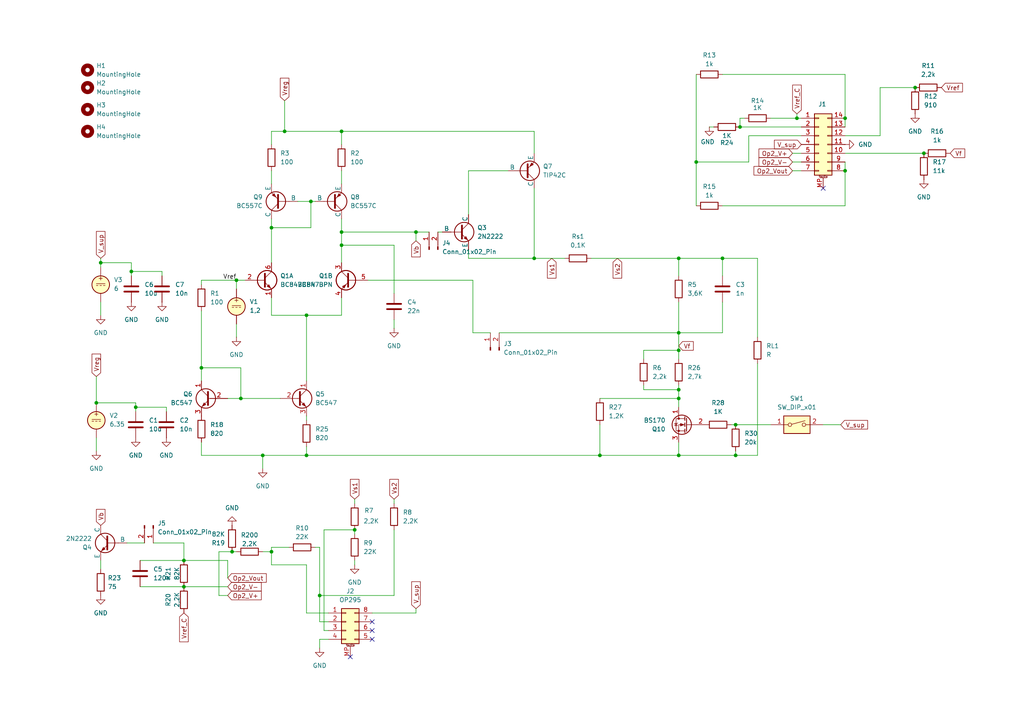
<source format=kicad_sch>
(kicad_sch (version 20231120) (generator "eeschema") (generator_version "8.0")
  (paper "A4")
  (lib_symbols
    (symbol "Connector:Conn_01x02_Pin" (pin_names (offset 1.016) hide)
      (property "Reference" "J" (at 0 2.54 0))
      (property "Value" "Conn_01x02_Pin" (at 0 -5.08 0))
      (symbol "Conn_01x02_Pin_1_1"
        (pin passive line (at 5.08 0 180) (length 3.81) (name "Pin_1") (number "1"))
        (pin passive line (at 5.08 -2.54 180) (length 3.81) (name "Pin_2") (number "2"))
      )
    )
    (symbol "Connector_Generic_MountingPin:Conn_02x04_Counter_Clockwise_MountingPin" (pin_names (offset 1.016) hide)
      (property "Reference" "J" (at 1.27 5.08 0))
      (property "Value" "Conn_02x04_Counter_Clockwise_MountingPin" (at 2.54 -7.62 0))
      (symbol "Conn_02x04_Counter_Clockwise_MountingPin_1_1"
        (text "Mounting" (at 1.27 -6.731 0) (effects (font (size 0.381 0.381))))
        (pin passive line (at -5.08 2.54 0) (length 3.81) (name "Pin_1") (number "1"))
        (pin passive line (at -5.08 0 0) (length 3.81) (name "Pin_2") (number "2"))
        (pin passive line (at -5.08 -2.54 0) (length 3.81) (name "Pin_3") (number "3"))
        (pin passive line (at -5.08 -5.08 0) (length 3.81) (name "Pin_4") (number "4"))
        (pin passive line (at 7.62 -5.08 180) (length 3.81) (name "Pin_5") (number "5"))
        (pin passive line (at 7.62 -2.54 180) (length 3.81) (name "Pin_6") (number "6"))
        (pin passive line (at 7.62 0 180) (length 3.81) (name "Pin_7") (number "7"))
        (pin passive line (at 7.62 2.54 180) (length 3.81) (name "Pin_8") (number "8"))
        (pin passive line (at 1.27 -10.16 90) (length 3.048) (name "MountPin") (number "MP"))
      )
    )
    (symbol "Connector_Generic_MountingPin:Conn_02x07_Counter_Clockwise_MountingPin" (pin_names (offset 1.016) hide)
      (property "Reference" "J" (at 1.27 10.16 0))
      (property "Value" "Conn_02x07_Counter_Clockwise_MountingPin" (at 2.54 -10.16 0))
      (symbol "Conn_02x07_Counter_Clockwise_MountingPin_1_1"
        (text "Mounting" (at 1.27 -9.271 0) (effects (font (size 0.381 0.381))))
        (pin passive line (at -5.08 7.62 0) (length 3.81) (name "Pin_1") (number "1"))
        (pin passive line (at 7.62 -2.54 180) (length 3.81) (name "Pin_10") (number "10"))
        (pin passive line (at 7.62 0 180) (length 3.81) (name "Pin_11") (number "11"))
        (pin passive line (at 7.62 2.54 180) (length 3.81) (name "Pin_12") (number "12"))
        (pin passive line (at 7.62 5.08 180) (length 3.81) (name "Pin_13") (number "13"))
        (pin passive line (at 7.62 7.62 180) (length 3.81) (name "Pin_14") (number "14"))
        (pin passive line (at -5.08 5.08 0) (length 3.81) (name "Pin_2") (number "2"))
        (pin passive line (at -5.08 2.54 0) (length 3.81) (name "Pin_3") (number "3"))
        (pin passive line (at -5.08 0 0) (length 3.81) (name "Pin_4") (number "4"))
        (pin passive line (at -5.08 -2.54 0) (length 3.81) (name "Pin_5") (number "5"))
        (pin passive line (at -5.08 -5.08 0) (length 3.81) (name "Pin_6") (number "6"))
        (pin passive line (at -5.08 -7.62 0) (length 3.81) (name "Pin_7") (number "7"))
        (pin passive line (at 7.62 -7.62 180) (length 3.81) (name "Pin_8") (number "8"))
        (pin passive line (at 7.62 -5.08 180) (length 3.81) (name "Pin_9") (number "9"))
        (pin passive line (at 1.27 -12.7 90) (length 3.048) (name "MountPin") (number "MP"))
      )
    )
    (symbol "Device:C" (pin_numbers hide) (pin_names (offset 0.254))
      (property "Reference" "C" (at 0.635 2.54 0))
      (property "Value" "C" (at 0.635 -2.54 0))
      (symbol "C_1_1"
        (pin passive line (at 0 3.81 270) (length 2.794) (name "~") (number "1"))
        (pin passive line (at 0 -3.81 90) (length 2.794) (name "~") (number "2"))
      )
    )
    (symbol "Device:R" (pin_numbers hide) (pin_names (offset 0))
      (property "Reference" "R" (at 2.032 0 90))
      (property "Value" "R" (at 0 0 90))
      (symbol "R_1_1"
        (pin passive line (at 0 3.81 270) (length 1.27) (name "~") (number "1"))
        (pin passive line (at 0 -3.81 90) (length 1.27) (name "~") (number "2"))
      )
    )
    (symbol "Mechanical:MountingHole" (pin_names (offset 1.016))
      (property "Reference" "H" (at 0 5.08 0))
      (property "Value" "MountingHole" (at 0 3.175 0))
    )
    (symbol "Simulation_SPICE:NPN" (pin_numbers hide) (pin_names (offset 0))
      (property "Reference" "Q" (at -2.54 7.62 0))
      (property "Value" "NPN" (at -2.54 5.08 0))
      (symbol "NPN_1_1"
        (pin open_collector line (at 2.54 5.08 270) (length 2.54) (name "C") (number "1"))
        (pin input line (at -5.08 0 0) (length 2.54) (name "B") (number "2"))
        (pin open_emitter line (at 2.54 -5.08 90) (length 2.54) (name "E") (number "3"))
      )
    )
    (symbol "Simulation_SPICE:PNP" (pin_numbers hide) (pin_names (offset 0))
      (property "Reference" "Q" (at -2.54 7.62 0))
      (property "Value" "PNP" (at -2.54 5.08 0))
      (symbol "PNP_1_1"
        (pin open_collector line (at 2.54 5.08 270) (length 2.54) (name "C") (number "1"))
        (pin input line (at -5.08 0 0) (length 2.54) (name "B") (number "2"))
        (pin open_emitter line (at 2.54 -5.08 90) (length 2.54) (name "E") (number "3"))
      )
    )
    (symbol "Simulation_SPICE:VDC" (pin_numbers hide) (pin_names (offset 0.0254))
      (property "Reference" "V" (at 2.54 2.54 0))
      (property "Value" "1" (at 2.54 0 0))
      (symbol "VDC_0_0"
        (text "+" (at 0 1.905 0) (effects (font (size 1.27 1.27))))
      )
      (symbol "VDC_1_1"
        (pin passive line (at 0 5.08 270) (length 2.54) (name "~") (number "1"))
        (pin passive line (at 0 -5.08 90) (length 2.54) (name "~") (number "2"))
      )
    )
    (symbol "Switch:SW_DIP_x01" (pin_names (offset 0) hide)
      (property "Reference" "SW" (at 0 3.81 0))
      (property "Value" "SW_DIP_x01" (at 0 -3.81 0))
      (symbol "SW_DIP_x01_1_1"
        (pin passive line (at -7.62 0 0) (length 5.08) (name "~") (number "1"))
        (pin passive line (at 7.62 0 180) (length 5.08) (name "~") (number "2"))
      )
    )
    (symbol "Transistor_BJT:BC547" (pin_names (offset 0) hide)
      (property "Reference" "Q" (at 5.08 1.905 0))
      (property "Value" "BC547" (at 5.08 0 0))
      (symbol "BC547_1_1"
        (pin passive line (at 2.54 5.08 270) (length 2.54) (name "C") (number "1"))
        (pin input line (at -5.08 0 0) (length 5.08) (name "B") (number "2"))
        (pin passive line (at 2.54 -5.08 90) (length 2.54) (name "E") (number "3"))
      )
    )
    (symbol "Transistor_BJT:BC847BPN" (pin_names (offset 0) hide)
      (property "Reference" "Q" (at 5.08 1.27 0))
      (property "Value" "BC847BPN" (at 5.08 -1.27 0))
      (symbol "BC847BPN_1_1"
        (pin passive line (at 2.54 -5.08 90) (length 2.54) (name "E1") (number "1"))
        (pin input line (at -5.08 0 0) (length 2.54) (name "B1") (number "2"))
        (pin passive line (at 2.54 5.08 270) (length 2.54) (name "C1") (number "6"))
      )
      (symbol "BC847BPN_2_1"
        (pin passive line (at 2.54 5.08 270) (length 2.54) (name "C2") (number "3"))
        (pin passive line (at 2.54 -5.08 90) (length 2.54) (name "E2") (number "4"))
        (pin input line (at -5.08 0 0) (length 2.54) (name "B2") (number "5"))
      )
    )
    (symbol "Transistor_FET:BS170" (pin_names hide)
      (property "Reference" "Q" (at 5.08 1.905 0))
      (property "Value" "BS170" (at 5.08 0 0))
      (symbol "BS170_1_1"
        (pin passive line (at 2.54 5.08 270) (length 2.54) (name "D") (number "1"))
        (pin input line (at -5.08 0 0) (length 2.54) (name "G") (number "2"))
        (pin passive line (at 2.54 -5.08 90) (length 2.54) (name "S") (number "3"))
      )
    )
    (symbol "power:GND" (power) (pin_numbers hide) (pin_names (offset 0) hide)
      (property "Value" "GND" (at 0 -3.81 0))
      (symbol "GND_1_1"
        (pin power_in line (at 0 0 270) (length 0) (name "~") (number "1"))
      )
    )
  )
  (junction (at 213.36 123.19))
  (junction (at 88.9 132.08))
  (junction (at 154.94 74.93))
  (junction (at 53.34 162.56))
  (junction (at 196.85 115.57))
  (junction (at 29.21 76.2))
  (junction (at 173.99 132.08))
  (junction (at 102.87 153.67))
  (junction (at 53.34 170.18))
  (junction (at 67.31 160.02))
  (junction (at 196.85 113.03))
  (junction (at 245.11 49.53))
  (junction (at 82.55 38.1))
  (junction (at 58.42 106.68))
  (junction (at 38.1 78.74))
  (junction (at 196.85 74.93))
  (junction (at 76.2 132.08))
  (junction (at 213.36 132.08))
  (junction (at 92.71 172.72))
  (junction (at 78.74 160.02))
  (junction (at 99.06 71.12))
  (junction (at 231.14 34.29))
  (junction (at 68.58 81.28))
  (junction (at 120.65 67.31))
  (junction (at 88.9 91.44))
  (junction (at 209.55 74.93))
  (junction (at 99.06 38.1))
  (junction (at 201.93 46.99))
  (junction (at 196.85 101.6))
  (junction (at 78.74 66.04))
  (junction (at 245.11 34.29))
  (junction (at 69.85 115.57))
  (junction (at 265.43 25.4))
  (junction (at 39.37 118.11))
  (junction (at 99.06 67.31))
  (junction (at 214.63 36.83))
  (junction (at 267.97 44.45))
  (junction (at 90.17 58.42))
  (junction (at 196.85 132.08))
  (junction (at 27.94 116.84))
  (junction (at 196.85 96.52))
  (no_connect (at 101.6 190.5))
  (no_connect (at 107.95 182.88))
  (no_connect (at 107.95 185.42))
  (no_connect (at 238.76 54.61))
  (no_connect (at 107.95 180.34))
  (wire (pts (xy 66.04 167.64) (xy 66.04 162.56)))
  (wire (pts (xy 29.21 165.1) (xy 29.21 162.56)))
  (wire (pts (xy 186.69 111.76) (xy 186.69 113.03)))
  (wire (pts (xy 232.41 39.37) (xy 217.17 39.37)))
  (wire (pts (xy 196.85 113.03) (xy 196.85 115.57)))
  (wire (pts (xy 99.06 38.1) (xy 154.94 38.1)))
  (wire (pts (xy 212.09 123.19) (xy 213.36 123.19)))
  (wire (pts (xy 120.65 176.53) (xy 120.65 177.8)))
  (wire (pts (xy 102.87 162.56) (xy 102.87 163.83)))
  (wire (pts (xy 137.16 81.28) (xy 137.16 96.52)))
  (wire (pts (xy 196.85 74.93) (xy 209.55 74.93)))
  (wire (pts (xy 88.9 177.8) (xy 88.9 163.83)))
  (wire (pts (xy 58.42 81.28) (xy 68.58 81.28)))
  (wire (pts (xy 186.69 104.14) (xy 186.69 101.6)))
  (wire (pts (xy 231.14 33.02) (xy 231.14 34.29)))
  (wire (pts (xy 213.36 132.08) (xy 219.71 132.08)))
  (wire (pts (xy 114.3 92.71) (xy 114.3 95.25)))
  (wire (pts (xy 38.1 76.2) (xy 38.1 78.74)))
  (wire (pts (xy 29.21 87.63) (xy 29.21 91.44)))
  (wire (pts (xy 39.37 118.11) (xy 39.37 119.38)))
  (wire (pts (xy 196.85 132.08) (xy 213.36 132.08)))
  (wire (pts (xy 201.93 21.59) (xy 201.93 46.99)))
  (wire (pts (xy 219.71 105.41) (xy 219.71 132.08)))
  (wire (pts (xy 173.99 115.57) (xy 196.85 115.57)))
  (wire (pts (xy 201.93 46.99) (xy 201.93 59.69)))
  (wire (pts (xy 88.9 110.49) (xy 88.9 91.44)))
  (wire (pts (xy 90.17 58.42) (xy 91.44 58.42)))
  (wire (pts (xy 82.55 29.21) (xy 82.55 38.1)))
  (wire (pts (xy 93.98 153.67) (xy 93.98 182.88)))
  (wire (pts (xy 69.85 115.57) (xy 69.85 106.68)))
  (wire (pts (xy 88.9 120.65) (xy 88.9 121.92)))
  (wire (pts (xy 91.44 158.75) (xy 92.71 158.75)))
  (wire (pts (xy 238.76 123.19) (xy 243.84 123.19)))
  (wire (pts (xy 66.04 162.56) (xy 53.34 162.56)))
  (wire (pts (xy 120.65 177.8) (xy 107.95 177.8)))
  (wire (pts (xy 76.2 132.08) (xy 88.9 132.08)))
  (wire (pts (xy 44.45 157.48) (xy 53.34 157.48)))
  (wire (pts (xy 95.25 177.8) (xy 88.9 177.8)))
  (wire (pts (xy 154.94 44.45) (xy 154.94 38.1)))
  (wire (pts (xy 27.94 116.84) (xy 39.37 116.84)))
  (wire (pts (xy 209.55 59.69) (xy 245.11 59.69)))
  (wire (pts (xy 46.99 78.74) (xy 46.99 80.01)))
  (wire (pts (xy 58.42 106.68) (xy 58.42 110.49)))
  (wire (pts (xy 196.85 115.57) (xy 196.85 118.11)))
  (wire (pts (xy 245.11 39.37) (xy 255.27 39.37)))
  (wire (pts (xy 173.99 123.19) (xy 173.99 132.08)))
  (wire (pts (xy 245.11 46.99) (xy 245.11 49.53)))
  (wire (pts (xy 92.71 187.96) (xy 92.71 185.42)))
  (wire (pts (xy 40.64 162.56) (xy 53.34 162.56)))
  (wire (pts (xy 67.31 160.02) (xy 68.58 160.02)))
  (wire (pts (xy 82.55 38.1) (xy 99.06 38.1)))
  (wire (pts (xy 29.21 76.2) (xy 29.21 77.47)))
  (wire (pts (xy 201.93 46.99) (xy 217.17 46.99)))
  (wire (pts (xy 29.21 74.93) (xy 29.21 76.2)))
  (wire (pts (xy 196.85 128.27) (xy 196.85 132.08)))
  (wire (pts (xy 171.45 74.93) (xy 196.85 74.93)))
  (wire (pts (xy 93.98 182.88) (xy 95.25 182.88)))
  (wire (pts (xy 231.14 34.29) (xy 232.41 34.29)))
  (wire (pts (xy 209.55 96.52) (xy 196.85 96.52)))
  (wire (pts (xy 78.74 86.36) (xy 78.74 91.44)))
  (wire (pts (xy 92.71 185.42) (xy 95.25 185.42)))
  (wire (pts (xy 78.74 160.02) (xy 78.74 163.83)))
  (wire (pts (xy 205.74 36.83) (xy 207.01 36.83)))
  (wire (pts (xy 102.87 153.67) (xy 102.87 154.94)))
  (wire (pts (xy 58.42 82.55) (xy 58.42 81.28)))
  (wire (pts (xy 106.68 81.28) (xy 137.16 81.28)))
  (wire (pts (xy 209.55 74.93) (xy 209.55 80.01)))
  (wire (pts (xy 186.69 113.03) (xy 196.85 113.03)))
  (wire (pts (xy 196.85 87.63) (xy 196.85 96.52)))
  (wire (pts (xy 68.58 93.98) (xy 68.58 97.79)))
  (wire (pts (xy 95.25 180.34) (xy 92.71 180.34)))
  (wire (pts (xy 135.89 72.39) (xy 135.89 74.93)))
  (wire (pts (xy 196.85 111.76) (xy 196.85 113.03)))
  (wire (pts (xy 39.37 118.11) (xy 48.26 118.11)))
  (wire (pts (xy 229.87 49.53) (xy 232.41 49.53)))
  (wire (pts (xy 223.52 34.29) (xy 231.14 34.29)))
  (wire (pts (xy 27.94 109.22) (xy 27.94 116.84)))
  (wire (pts (xy 78.74 63.5) (xy 78.74 66.04)))
  (wire (pts (xy 219.71 74.93) (xy 219.71 97.79)))
  (wire (pts (xy 27.94 127) (xy 27.94 130.81)))
  (wire (pts (xy 88.9 132.08) (xy 173.99 132.08)))
  (wire (pts (xy 58.42 132.08) (xy 76.2 132.08)))
  (wire (pts (xy 245.11 59.69) (xy 245.11 49.53)))
  (wire (pts (xy 92.71 158.75) (xy 92.71 172.72)))
  (wire (pts (xy 99.06 67.31) (xy 99.06 71.12)))
  (wire (pts (xy 114.3 144.78) (xy 114.3 146.05)))
  (wire (pts (xy 93.98 153.67) (xy 102.87 153.67)))
  (wire (pts (xy 245.11 44.45) (xy 267.97 44.45)))
  (wire (pts (xy 135.89 49.53) (xy 135.89 62.23)))
  (wire (pts (xy 78.74 160.02) (xy 78.74 158.75)))
  (wire (pts (xy 68.58 83.82) (xy 68.58 81.28)))
  (wire (pts (xy 63.5 172.72) (xy 66.04 172.72)))
  (wire (pts (xy 196.85 96.52) (xy 196.85 101.6)))
  (wire (pts (xy 63.5 160.02) (xy 63.5 172.72)))
  (wire (pts (xy 29.21 76.2) (xy 38.1 76.2)))
  (wire (pts (xy 214.63 34.29) (xy 214.63 36.83)))
  (wire (pts (xy 114.3 172.72) (xy 92.71 172.72)))
  (wire (pts (xy 229.87 44.45) (xy 232.41 44.45)))
  (wire (pts (xy 196.85 101.6) (xy 196.85 104.14)))
  (wire (pts (xy 58.42 90.17) (xy 58.42 106.68)))
  (wire (pts (xy 66.04 115.57) (xy 69.85 115.57)))
  (wire (pts (xy 69.85 115.57) (xy 81.28 115.57)))
  (wire (pts (xy 217.17 39.37) (xy 217.17 46.99)))
  (wire (pts (xy 127 67.31) (xy 128.27 67.31)))
  (wire (pts (xy 144.78 96.52) (xy 196.85 96.52)))
  (wire (pts (xy 114.3 71.12) (xy 99.06 71.12)))
  (wire (pts (xy 99.06 91.44) (xy 99.06 86.36)))
  (wire (pts (xy 173.99 132.08) (xy 196.85 132.08)))
  (wire (pts (xy 53.34 170.18) (xy 66.04 170.18)))
  (wire (pts (xy 135.89 74.93) (xy 154.94 74.93)))
  (wire (pts (xy 120.65 67.31) (xy 124.46 67.31)))
  (wire (pts (xy 78.74 66.04) (xy 78.74 76.2)))
  (wire (pts (xy 90.17 66.04) (xy 78.74 66.04)))
  (wire (pts (xy 154.94 54.61) (xy 154.94 74.93)))
  (wire (pts (xy 78.74 49.53) (xy 78.74 53.34)))
  (wire (pts (xy 99.06 49.53) (xy 99.06 53.34)))
  (wire (pts (xy 102.87 144.78) (xy 102.87 146.05)))
  (wire (pts (xy 209.55 21.59) (xy 245.11 21.59)))
  (wire (pts (xy 114.3 85.09) (xy 114.3 71.12)))
  (wire (pts (xy 88.9 129.54) (xy 88.9 132.08)))
  (wire (pts (xy 38.1 78.74) (xy 38.1 80.01)))
  (wire (pts (xy 78.74 38.1) (xy 82.55 38.1)))
  (wire (pts (xy 255.27 25.4) (xy 265.43 25.4)))
  (wire (pts (xy 68.58 81.28) (xy 71.12 81.28)))
  (wire (pts (xy 39.37 116.84) (xy 39.37 118.11)))
  (wire (pts (xy 229.87 46.99) (xy 232.41 46.99)))
  (wire (pts (xy 114.3 153.67) (xy 114.3 172.72)))
  (wire (pts (xy 209.55 74.93) (xy 219.71 74.93)))
  (wire (pts (xy 36.83 157.48) (xy 41.91 157.48)))
  (wire (pts (xy 40.64 170.18) (xy 53.34 170.18)))
  (wire (pts (xy 213.36 130.81) (xy 213.36 132.08)))
  (wire (pts (xy 137.16 96.52) (xy 142.24 96.52)))
  (wire (pts (xy 120.65 67.31) (xy 120.65 69.85)))
  (wire (pts (xy 154.94 74.93) (xy 163.83 74.93)))
  (wire (pts (xy 48.26 118.11) (xy 48.26 119.38)))
  (wire (pts (xy 78.74 91.44) (xy 88.9 91.44)))
  (wire (pts (xy 76.2 132.08) (xy 76.2 135.89)))
  (wire (pts (xy 63.5 160.02) (xy 67.31 160.02)))
  (wire (pts (xy 88.9 91.44) (xy 99.06 91.44)))
  (wire (pts (xy 255.27 39.37) (xy 255.27 25.4)))
  (wire (pts (xy 90.17 58.42) (xy 90.17 66.04)))
  (wire (pts (xy 92.71 172.72) (xy 92.71 180.34)))
  (wire (pts (xy 53.34 162.56) (xy 53.34 157.48)))
  (wire (pts (xy 245.11 21.59) (xy 245.11 34.29)))
  (wire (pts (xy 78.74 158.75) (xy 83.82 158.75)))
  (wire (pts (xy 99.06 63.5) (xy 99.06 67.31)))
  (wire (pts (xy 78.74 163.83) (xy 88.9 163.83)))
  (wire (pts (xy 135.89 49.53) (xy 147.32 49.53)))
  (wire (pts (xy 215.9 34.29) (xy 214.63 34.29)))
  (wire (pts (xy 245.11 34.29) (xy 245.11 36.83)))
  (wire (pts (xy 99.06 38.1) (xy 99.06 41.91)))
  (wire (pts (xy 78.74 41.91) (xy 78.74 38.1)))
  (wire (pts (xy 99.06 71.12) (xy 99.06 76.2)))
  (wire (pts (xy 58.42 106.68) (xy 69.85 106.68)))
  (wire (pts (xy 209.55 87.63) (xy 209.55 96.52)))
  (wire (pts (xy 196.85 74.93) (xy 196.85 80.01)))
  (wire (pts (xy 76.2 160.02) (xy 78.74 160.02)))
  (wire (pts (xy 213.36 123.19) (xy 223.52 123.19)))
  (wire (pts (xy 86.36 58.42) (xy 90.17 58.42)))
  (wire (pts (xy 58.42 128.27) (xy 58.42 132.08)))
  (wire (pts (xy 99.06 67.31) (xy 120.65 67.31)))
  (wire (pts (xy 214.63 36.83) (xy 232.41 36.83)))
  (wire (pts (xy 38.1 78.74) (xy 46.99 78.74)))
  (wire (pts (xy 186.69 101.6) (xy 196.85 101.6)))
  (label "Vref" (at 68.58 81.28 180))
  (global_label "Op2_V-" (shape input) (at 229.87 46.99 180) (property "Intersheetrefs" "${INTERSHEET_REFS}" (effects (hide yes))))
  (global_label "Vs1" (shape input) (at 102.87 144.78 90) (property "Intersheetrefs" "${INTERSHEET_REFS}" (effects (hide yes))))
  (global_label "V_sup" (shape input) (at 232.41 41.91 180) (property "Intersheetrefs" "${INTERSHEET_REFS}" (effects (hide yes))))
  (global_label "Vf" (shape input) (at 196.85 100.33 0) (property "Intersheetrefs" "${INTERSHEET_REFS}" (effects (hide yes))))
  (global_label "Vs2" (shape input) (at 179.07 74.93 270) (property "Intersheetrefs" "${INTERSHEET_REFS}" (effects (hide yes))))
  (global_label "Vreg" (shape input) (at 27.94 109.22 90) (property "Intersheetrefs" "${INTERSHEET_REFS}" (effects (hide yes))))
  (global_label "Vs1" (shape input) (at 160.02 74.93 270) (property "Intersheetrefs" "${INTERSHEET_REFS}" (effects (hide yes))))
  (global_label "Vs2" (shape input) (at 114.3 144.78 90) (property "Intersheetrefs" "${INTERSHEET_REFS}" (effects (hide yes))))
  (global_label "Vref_C" (shape input) (at 53.34 177.8 270) (property "Intersheetrefs" "${INTERSHEET_REFS}" (effects (hide yes))))
  (global_label "Op2_Vout" (shape input) (at 66.04 167.64 0) (property "Intersheetrefs" "${INTERSHEET_REFS}" (effects (hide yes))))
  (global_label "V_sup" (shape input) (at 120.65 176.53 90) (property "Intersheetrefs" "${INTERSHEET_REFS}" (effects (hide yes))))
  (global_label "V_sup" (shape input) (at 243.84 123.19 0) (property "Intersheetrefs" "${INTERSHEET_REFS}" (effects (hide yes))))
  (global_label "Vb" (shape input) (at 29.21 152.4 90) (property "Intersheetrefs" "${INTERSHEET_REFS}" (effects (hide yes))))
  (global_label "Op2_V-" (shape input) (at 66.04 170.18 0) (property "Intersheetrefs" "${INTERSHEET_REFS}" (effects (hide yes))))
  (global_label "Op2_Vout" (shape input) (at 229.87 49.53 180) (property "Intersheetrefs" "${INTERSHEET_REFS}" (effects (hide yes))))
  (global_label "V_sup" (shape input) (at 29.21 74.93 90) (property "Intersheetrefs" "${INTERSHEET_REFS}" (effects (hide yes))))
  (global_label "Vref" (shape input) (at 273.05 25.4 0) (property "Intersheetrefs" "${INTERSHEET_REFS}" (effects (hide yes))))
  (global_label "Vreg" (shape input) (at 82.55 29.21 90) (property "Intersheetrefs" "${INTERSHEET_REFS}" (effects (hide yes))))
  (global_label "Vf" (shape input) (at 275.59 44.45 0) (property "Intersheetrefs" "${INTERSHEET_REFS}" (effects (hide yes))))
  (global_label "Op2_V+" (shape input) (at 66.04 172.72 0) (property "Intersheetrefs" "${INTERSHEET_REFS}" (effects (hide yes))))
  (global_label "Vref_C" (shape input) (at 231.14 33.02 90) (property "Intersheetrefs" "${INTERSHEET_REFS}" (effects (hide yes))))
  (global_label "Op2_V+" (shape input) (at 229.87 44.45 180) (property "Intersheetrefs" "${INTERSHEET_REFS}" (effects (hide yes))))
  (global_label "Vb" (shape input) (at 120.65 69.85 270) (property "Intersheetrefs" "${INTERSHEET_REFS}" (effects (hide yes))))
  (symbol (lib_id "Device:R") (at 271.78 44.45 270) (unit 1)
    (property "Reference" "R16" (at 271.78 38.1 90))
    (property "Value" "1k" (at 271.78 40.64 90))
    (property "Footprint" "Resistor_THT:R_Axial_DIN0204_L3.6mm_D1.6mm_P7.62mm_Horizontal" (effects (hide yes)))
    (property "Description" "Resistor" (effects (hide yes)))
  )
  (symbol (lib_id "Device:R") (at 219.71 101.6 180) (unit 1)
    (property "Reference" "RL1" (at 222.25 100.3299 0) (effects (justify right)))
    (property "Value" "R" (at 222.25 102.8699 0) (effects (justify right)))
    (property "Footprint" "TerminalBlock_Phoenix:TerminalBlock_Phoenix_MKDS-3-2-5.08_1x02_P5.08mm_Horizontal" (effects (hide yes)))
    (property "Description" "Resistor" (effects (hide yes)))
  )
  (symbol (lib_id "Device:R") (at 173.99 119.38 180) (unit 1)
    (property "Reference" "R27" (at 176.53 118.1099 0) (effects (justify right)))
    (property "Value" "1,2K" (at 176.53 120.6499 0) (effects (justify right)))
    (property "Footprint" "Resistor_THT:R_Axial_DIN0204_L3.6mm_D1.6mm_P7.62mm_Horizontal" (effects (hide yes)))
    (property "Description" "Resistor" (effects (hide yes)))
  )
  (symbol (lib_id "Device:R") (at 267.97 48.26 180) (unit 1)
    (property "Reference" "R17" (at 270.51 46.9899 0) (effects (justify right)))
    (property "Value" "11k" (at 270.51 49.5299 0) (effects (justify right)))
    (property "Footprint" "Resistor_THT:R_Axial_DIN0204_L3.6mm_D1.6mm_P7.62mm_Horizontal" (effects (hide yes)))
    (property "Description" "Resistor" (effects (hide yes)))
  )
  (symbol (lib_id "Device:R") (at 99.06 45.72 0) (unit 1)
    (property "Reference" "R2" (at 101.6 44.4499 0) (effects (justify left)))
    (property "Value" "100" (at 101.6 46.9899 0) (effects (justify left)))
    (property "Footprint" "Resistor_THT:R_Axial_DIN0204_L3.6mm_D1.6mm_P7.62mm_Horizontal" (effects (hide yes)))
    (property "Description" "Resistor" (effects (hide yes)))
  )
  (symbol (lib_id "Connector_Generic_MountingPin:Conn_02x04_Counter_Clockwise_MountingPin") (at 100.33 180.34 0) (unit 1)
    (property "Reference" "J2" (at 101.6 171.45 0))
    (property "Value" "OP295" (at 101.6 173.99 0))
    (property "Footprint" "Package_DIP:DIP-8_W7.62mm" (effects (hide yes)))
    (property "Description" "Generic connectable mounting pin connector, double row, 02x04, counter clockwise pin numbering scheme (similar to DIP package numbering), script generated (kicad-library-utils/schlib/autogen/connector/)" (effects (hide yes)))
  )
  (symbol (lib_id "power:GND") (at 29.21 91.44 0) (unit 1) (on_board no)
    (property "Reference" "#PWR06" (effects (hide yes)))
    (property "Value" "GND" (at 29.21 96.52 0))
    (property "Description" "Power symbol creates a global label with name \"GND\" , ground" (effects (hide yes)))
  )
  (symbol (lib_id "power:GND") (at 48.26 127 0) (unit 1) (on_board no)
    (property "Reference" "#PWR015" (effects (hide yes)))
    (property "Value" "GND" (at 48.26 132.08 0))
    (property "Description" "Power symbol creates a global label with name \"GND\" , ground" (effects (hide yes)))
  )
  (symbol (lib_id "power:GND") (at 46.99 87.63 0) (unit 1) (on_board no)
    (property "Reference" "#PWR017" (effects (hide yes)))
    (property "Value" "GND" (at 46.99 92.71 0))
    (property "Description" "Power symbol creates a global label with name \"GND\" , ground" (effects (hide yes)))
  )
  (symbol (lib_id "Device:R") (at 53.34 166.37 180) (unit 1)
    (property "Reference" "R21" (at 48.768 166.37 90))
    (property "Value" "82K" (at 51.308 166.37 90))
    (property "Footprint" "Resistor_THT:R_Axial_DIN0204_L3.6mm_D1.6mm_P7.62mm_Horizontal" (effects (hide yes)))
    (property "Description" "Resistor" (effects (hide yes)))
  )
  (symbol (lib_id "power:GND") (at 38.1 87.63 0) (unit 1) (on_board no)
    (property "Reference" "#PWR016" (effects (hide yes)))
    (property "Value" "GND" (at 38.1 92.71 0))
    (property "Description" "Power symbol creates a global label with name \"GND\" , ground" (effects (hide yes)))
  )
  (symbol (lib_id "Device:R") (at 186.69 107.95 180) (unit 1)
    (property "Reference" "R6" (at 189.23 106.6799 0) (effects (justify right)))
    (property "Value" "2,2k" (at 189.23 109.2199 0) (effects (justify right)))
    (property "Footprint" "Resistor_THT:R_Axial_DIN0204_L3.6mm_D1.6mm_P7.62mm_Horizontal" (effects (hide yes)))
    (property "Description" "Resistor" (effects (hide yes)))
  )
  (symbol (lib_id "Mechanical:MountingHole") (at 25.4 20.32 0) (unit 1)
    (property "Reference" "H1" (at 27.94 19.05 0) (effects (justify left)))
    (property "Value" "MountingHole" (at 27.94 21.59 0) (effects (justify left)))
    (property "Footprint" "MountingHole:MountingHole_2.7mm_M2.5" (effects (hide yes)))
  )
  (symbol (lib_id "Device:C") (at 114.3 88.9 0) (unit 1)
    (property "Reference" "C4" (at 118.11 87.6299 0) (effects (justify left)))
    (property "Value" "22n" (at 118.11 90.1699 0) (effects (justify left)))
    (property "Footprint" "Capacitor_THT:C_Disc_D5.0mm_W2.5mm_P5.00mm" (effects (hide yes)))
    (property "Description" "Unpolarized capacitor" (effects (hide yes)))
  )
  (symbol (lib_id "Device:R") (at 269.24 25.4 270) (unit 1)
    (property "Reference" "R11" (at 269.24 19.05 90))
    (property "Value" "2,2k" (at 269.24 21.59 90))
    (property "Footprint" "Resistor_THT:R_Axial_DIN0204_L3.6mm_D1.6mm_P7.62mm_Horizontal" (effects (hide yes)))
    (property "Description" "Resistor" (effects (hide yes)))
  )
  (symbol (lib_id "Device:R") (at 78.74 45.72 0) (unit 1)
    (property "Reference" "R3" (at 81.28 44.4499 0) (effects (justify left)))
    (property "Value" "100" (at 81.28 46.9899 0) (effects (justify left)))
    (property "Footprint" "Resistor_THT:R_Axial_DIN0204_L3.6mm_D1.6mm_P7.62mm_Horizontal" (effects (hide yes)))
    (property "Description" "Resistor" (effects (hide yes)))
  )
  (symbol (lib_id "Device:R") (at 196.85 83.82 180) (unit 1)
    (property "Reference" "R5" (at 199.39 82.5499 0) (effects (justify right)))
    (property "Value" "3,6K" (at 199.39 85.0899 0) (effects (justify right)))
    (property "Footprint" "Resistor_THT:R_Axial_DIN0204_L3.6mm_D1.6mm_P7.62mm_Horizontal" (effects (hide yes)))
    (property "Description" "Resistor" (effects (hide yes)))
  )
  (symbol (lib_id "Device:R") (at 67.31 156.21 0) (unit 1)
    (property "Reference" "R19" (at 65.278 157.48 0) (effects (justify right)))
    (property "Value" "82K" (at 65.278 154.94 0) (effects (justify right)))
    (property "Footprint" "Resistor_THT:R_Axial_DIN0204_L3.6mm_D1.6mm_P7.62mm_Horizontal" (effects (hide yes)))
    (property "Description" "Resistor" (effects (hide yes)))
  )
  (symbol (lib_id "Device:R") (at 29.21 168.91 180) (unit 1)
    (property "Reference" "R23" (at 31.242 167.64 0) (effects (justify right)))
    (property "Value" "75" (at 31.242 170.18 0) (effects (justify right)))
    (property "Footprint" "Resistor_THT:R_Axial_DIN0204_L3.6mm_D1.6mm_P7.62mm_Horizontal" (effects (hide yes)))
    (property "Description" "Resistor" (effects (hide yes)))
  )
  (symbol (lib_id "power:GND") (at 205.74 36.83 0) (unit 1)
    (property "Reference" "#PWR08" (effects (hide yes)))
    (property "Value" "GND" (at 205.232 41.148 0))
    (property "Description" "Power symbol creates a global label with name \"GND\" , ground" (effects (hide yes)))
  )
  (symbol (lib_id "Device:R") (at 210.82 36.83 90) (unit 1)
    (property "Reference" "R24" (at 210.82 41.402 90))
    (property "Value" "1K" (at 210.82 39.37 90))
    (property "Footprint" "Resistor_THT:R_Axial_DIN0204_L3.6mm_D1.6mm_P7.62mm_Horizontal" (effects (hide yes)))
    (property "Description" "Resistor" (effects (hide yes)))
  )
  (symbol (lib_id "Device:R") (at 208.28 123.19 270) (unit 1)
    (property "Reference" "R28" (at 208.28 116.84 90))
    (property "Value" "1K" (at 208.28 119.38 90))
    (property "Footprint" "Resistor_THT:R_Axial_DIN0204_L3.6mm_D1.6mm_P7.62mm_Horizontal" (effects (hide yes)))
    (property "Description" "Resistor" (effects (hide yes)))
  )
  (symbol (lib_id "power:GND") (at 267.97 52.07 0) (unit 1)
    (property "Reference" "#PWR012" (effects (hide yes)))
    (property "Value" "GND" (at 267.97 57.15 0))
    (property "Description" "Power symbol creates a global label with name \"GND\" , ground" (effects (hide yes)))
  )
  (symbol (lib_id "Connector_Generic_MountingPin:Conn_02x07_Counter_Clockwise_MountingPin") (at 237.49 41.91 0) (unit 1)
    (property "Reference" "J1" (at 238.506 30.226 0))
    (property "Value" "Conn_02x07_Counter_Clockwise_MountingPin" (effects (hide yes)))
    (property "Footprint" "Package_DIP:DIP-14_W7.62mm" (effects (hide yes)))
    (property "Description" "Generic connectable mounting pin connector, double row, 02x07, counter clockwise pin numbering scheme (similar to DIP package numbering), script generated (kicad-library-utils/schlib/autogen/connector/)" (effects (hide yes)))
  )
  (symbol (lib_id "Device:C") (at 40.64 166.37 0) (unit 1)
    (property "Reference" "C5" (at 44.45 165.0999 0) (effects (justify left)))
    (property "Value" "120n" (at 44.45 167.6399 0) (effects (justify left)))
    (property "Footprint" "Capacitor_THT:C_Disc_D5.0mm_W2.5mm_P5.00mm" (effects (hide yes)))
    (property "Description" "Unpolarized capacitor" (effects (hide yes)))
  )
  (symbol (lib_id "power:GND") (at 265.43 33.02 0) (unit 1)
    (property "Reference" "#PWR011" (effects (hide yes)))
    (property "Value" "GND" (at 265.43 38.1 0))
    (property "Description" "Power symbol creates a global label with name \"GND\" , ground" (effects (hide yes)))
  )
  (symbol (lib_id "Device:R") (at 196.85 107.95 180) (unit 1)
    (property "Reference" "R26" (at 199.39 106.6799 0) (effects (justify right)))
    (property "Value" "2,7k" (at 199.39 109.2199 0) (effects (justify right)))
    (property "Footprint" "Resistor_THT:R_Axial_DIN0204_L3.6mm_D1.6mm_P7.62mm_Horizontal" (effects (hide yes)))
    (property "Description" "Resistor" (effects (hide yes)))
  )
  (symbol (lib_id "Device:R") (at 58.42 124.46 0) (unit 1)
    (property "Reference" "R18" (at 60.96 123.1899 0) (effects (justify left)))
    (property "Value" "820" (at 60.96 125.7299 0) (effects (justify left)))
    (property "Footprint" "Resistor_THT:R_Axial_DIN0204_L3.6mm_D1.6mm_P7.62mm_Horizontal" (effects (hide yes)))
    (property "Description" "Resistor" (effects (hide yes)))
  )
  (symbol (lib_id "Switch:SW_DIP_x01") (at 231.14 123.19 0) (unit 1)
    (property "Reference" "SW1" (at 231.14 115.57 0))
    (property "Value" "SW_DIP_x01" (at 231.14 118.11 0))
    (property "Footprint" "Connector_Molex:Molex_KK-254_AE-6410-02A_1x02_P2.54mm_Vertical" (effects (hide yes)))
  )
  (symbol (lib_id "power:GND") (at 76.2 135.89 0) (unit 1) (on_board no)
    (property "Reference" "#PWR04" (effects (hide yes)))
    (property "Value" "GND" (at 76.2 140.97 0))
    (property "Description" "Power symbol creates a global label with name \"GND\" , ground" (effects (hide yes)))
  )
  (symbol (lib_id "Device:R") (at 53.34 173.99 180) (unit 1)
    (property "Reference" "R20" (at 48.768 173.99 90))
    (property "Value" "2,2K" (at 51.308 173.99 90))
    (property "Footprint" "Resistor_THT:R_Axial_DIN0204_L3.6mm_D1.6mm_P7.62mm_Horizontal" (effects (hide yes)))
    (property "Description" "Resistor" (effects (hide yes)))
  )
  (symbol (lib_id "Device:C") (at 48.26 123.19 0) (unit 1)
    (property "Reference" "C2" (at 52.07 121.9199 0) (effects (justify left)))
    (property "Value" "10n" (at 52.07 124.4599 0) (effects (justify left)))
    (property "Footprint" "Capacitor_THT:C_Disc_D5.0mm_W2.5mm_P5.00mm" (effects (hide yes)))
    (property "Description" "Unpolarized capacitor" (effects (hide yes)))
  )
  (symbol (lib_id "power:GND") (at 39.37 127 0) (unit 1) (on_board no)
    (property "Reference" "#PWR014" (effects (hide yes)))
    (property "Value" "GND" (at 39.37 132.08 0))
    (property "Description" "Power symbol creates a global label with name \"GND\" , ground" (effects (hide yes)))
  )
  (symbol (lib_id "Transistor_BJT:BC847BPN") (at 101.6 81.28 0) (mirror y) (unit 2)
    (property "Reference" "Q1" (at 96.52 80.0099 0) (effects (justify left)))
    (property "Value" "BC847BPN" (at 96.52 82.5499 0) (effects (justify left)))
    (property "Footprint" "Package_TO_SOT_SMD:SOT-363_SC-70-6" (effects (hide yes)))
    (property "Datasheet" "https://assets.nexperia.com/documents/data-sheet/BC847BPN.pdf" (effects (hide yes)))
    (property "Description" "100mA IC, 45V Vce, Dual NPN/PNP Transistors, SOT-363" (effects (hide yes)))
  )
  (symbol (lib_id "Simulation_SPICE:PNP") (at 152.4 49.53 0) (mirror x) (unit 1)
    (property "Reference" "Q7" (at 157.48 48.2599 0) (effects (justify left)))
    (property "Value" "TIP42C" (at 157.48 50.7999 0) (effects (justify left)))
    (property "Footprint" "Package_TO_SOT_THT:TO-220-3_Vertical" (effects (hide yes)))
    (property "Datasheet" "https://ngspice.sourceforge.io/docs/ngspice-html-manual/manual.xhtml#cha_BJTs" (effects (hide yes)))
    (property "Description" "Bipolar transistor symbol for simulation only, substrate tied to the emitter" (effects (hide yes)))
    (property "Sim.Device" "PNP" (effects (hide yes)))
    (property "Sim.Type" "GUMMELPOON" (effects (hide yes)))
    (property "Sim.Pins" "1=C 2=B 3=E" (effects (hide yes)))
  )
  (symbol (lib_id "power:GND") (at 29.21 172.72 0) (unit 1) (on_board no)
    (property "Reference" "#PWR01" (effects (hide yes)))
    (property "Value" "GND" (at 29.21 177.8 0))
    (property "Description" "Power symbol creates a global label with name \"GND\" , ground" (effects (hide yes)))
  )
  (symbol (lib_id "Device:R") (at 102.87 158.75 180) (unit 1)
    (property "Reference" "R9" (at 105.41 157.4799 0) (effects (justify right)))
    (property "Value" "22K" (at 105.41 160.0199 0) (effects (justify right)))
    (property "Footprint" "Resistor_THT:R_Axial_DIN0204_L3.6mm_D1.6mm_P7.62mm_Horizontal" (effects (hide yes)))
    (property "Description" "Resistor" (effects (hide yes)))
  )
  (symbol (lib_id "Simulation_SPICE:PNP") (at 81.28 58.42 180) (unit 1)
    (property "Reference" "Q9" (at 76.2 57.1499 0) (effects (justify left)))
    (property "Value" "BC557C" (at 76.2 59.6899 0) (effects (justify left)))
    (property "Footprint" "Package_TO_SOT_THT:TO-92" (effects (hide yes)))
    (property "Datasheet" "https://ngspice.sourceforge.io/docs/ngspice-html-manual/manual.xhtml#cha_BJTs" (effects (hide yes)))
    (property "Description" "Bipolar transistor symbol for simulation only, substrate tied to the emitter" (effects (hide yes)))
    (property "Sim.Device" "PNP" (effects (hide yes)))
    (property "Sim.Type" "GUMMELPOON" (effects (hide yes)))
    (property "Sim.Pins" "1=C 2=B 3=E" (effects (hide yes)))
  )
  (symbol (lib_id "Transistor_BJT:BC847BPN") (at 76.2 81.28 0) (unit 1)
    (property "Reference" "Q1" (at 81.28 80.0099 0) (effects (justify left)))
    (property "Value" "BC847BPN" (at 81.28 82.5499 0) (effects (justify left)))
    (property "Footprint" "Package_TO_SOT_SMD:SOT-363_SC-70-6" (effects (hide yes)))
    (property "Datasheet" "https://assets.nexperia.com/documents/data-sheet/BC847BPN.pdf" (effects (hide yes)))
    (property "Description" "100mA IC, 45V Vce, Dual NPN/PNP Transistors, SOT-363" (effects (hide yes)))
  )
  (symbol (lib_id "Device:R") (at 205.74 59.69 270) (unit 1)
    (property "Reference" "R15" (at 205.74 54.102 90))
    (property "Value" "1k" (at 205.74 56.642 90))
    (property "Footprint" "Resistor_THT:R_Axial_DIN0204_L3.6mm_D1.6mm_P7.62mm_Horizontal" (effects (hide yes)))
    (property "Description" "Resistor" (effects (hide yes)))
  )
  (symbol (lib_id "Device:R") (at 88.9 125.73 0) (unit 1)
    (property "Reference" "R25" (at 91.44 124.4599 0) (effects (justify left)))
    (property "Value" "820" (at 91.44 126.9999 0) (effects (justify left)))
    (property "Footprint" "Resistor_THT:R_Axial_DIN0204_L3.6mm_D1.6mm_P7.62mm_Horizontal" (effects (hide yes)))
    (property "Description" "Resistor" (effects (hide yes)))
  )
  (symbol (lib_id "Device:C") (at 209.55 83.82 0) (unit 1)
    (property "Reference" "C3" (at 213.36 82.5499 0) (effects (justify left)))
    (property "Value" "1n" (at 213.36 85.0899 0) (effects (justify left)))
    (property "Footprint" "Capacitor_THT:C_Disc_D5.0mm_W2.5mm_P5.00mm" (effects (hide yes)))
    (property "Description" "Unpolarized capacitor" (effects (hide yes)))
  )
  (symbol (lib_id "power:GND") (at 92.71 187.96 0) (unit 1) (on_board no)
    (property "Reference" "#PWR09" (effects (hide yes)))
    (property "Value" "GND" (at 92.71 193.04 0))
    (property "Description" "Power symbol creates a global label with name \"GND\" , ground" (effects (hide yes)))
  )
  (symbol (lib_id "Device:R") (at 102.87 149.86 180) (unit 1)
    (property "Reference" "R7" (at 105.664 148.082 0) (effects (justify right)))
    (property "Value" "2,2K" (at 105.41 151.1299 0) (effects (justify right)))
    (property "Footprint" "Resistor_THT:R_Axial_DIN0204_L3.6mm_D1.6mm_P7.62mm_Horizontal" (effects (hide yes)))
    (property "Description" "Resistor" (effects (hide yes)))
  )
  (symbol (lib_id "Connector:Conn_01x02_Pin") (at 44.45 152.4 270) (unit 1)
    (property "Reference" "J5" (at 45.72 151.7649 90) (effects (justify left)))
    (property "Value" "Conn_01x02_Pin" (at 45.72 154.3049 90) (effects (justify left)))
    (property "Footprint" "Connector_PinHeader_2.54mm:PinHeader_1x02_P2.54mm_Vertical" (effects (hide yes)))
    (property "Description" "Generic connector, single row, 01x02, script generated" (effects (hide yes)))
  )
  (symbol (lib_id "Device:R") (at 205.74 21.59 270) (unit 1)
    (property "Reference" "R13" (at 205.74 16.002 90))
    (property "Value" "1k" (at 205.74 18.542 90))
    (property "Footprint" "Resistor_THT:R_Axial_DIN0204_L3.6mm_D1.6mm_P7.62mm_Horizontal" (effects (hide yes)))
    (property "Description" "Resistor" (effects (hide yes)))
  )
  (symbol (lib_id "Transistor_BJT:BC547") (at 60.96 115.57 0) (mirror y) (unit 1)
    (property "Reference" "Q6" (at 55.88 114.2999 0) (effects (justify left)))
    (property "Value" "BC547" (at 55.88 116.8399 0) (effects (justify left)))
    (property "Footprint" "Package_TO_SOT_THT:TO-92_Inline" (effects (hide yes)))
    (property "Datasheet" "https://www.onsemi.com/pub/Collateral/BC550-D.pdf" (effects (hide yes)))
    (property "Description" "0.1A Ic, 45V Vce, Small Signal NPN Transistor, TO-92" (effects (hide yes)))
  )
  (symbol (lib_id "Device:R") (at 167.64 74.93 90) (unit 1)
    (property "Reference" "Rs1" (at 167.64 68.58 90))
    (property "Value" "0,1K" (at 167.64 71.12 90))
    (property "Footprint" "Resistor_THT:R_Axial_Power_L20.0mm_W6.4mm_P25.40mm" (effects (hide yes)))
    (property "Description" "Resistor" (effects (hide yes)))
  )
  (symbol (lib_id "Connector:Conn_01x02_Pin") (at 124.46 72.39 90) (unit 1)
    (property "Reference" "J4" (at 128.27 70.4849 90) (effects (justify right)))
    (property "Value" "Conn_01x02_Pin" (at 128.27 73.0249 90) (effects (justify right)))
    (property "Footprint" "Connector_PinHeader_2.54mm:PinHeader_1x02_P2.54mm_Vertical" (effects (hide yes)))
    (property "Description" "Generic connector, single row, 01x02, script generated" (effects (hide yes)))
  )
  (symbol (lib_id "Device:R") (at 213.36 127 180) (unit 1)
    (property "Reference" "R30" (at 215.9 125.7299 0) (effects (justify right)))
    (property "Value" "20k" (at 215.9 128.2699 0) (effects (justify right)))
    (property "Footprint" "Resistor_THT:R_Axial_DIN0204_L3.6mm_D1.6mm_P7.62mm_Horizontal" (effects (hide yes)))
    (property "Description" "Resistor" (effects (hide yes)))
  )
  (symbol (lib_id "Device:R") (at 58.42 86.36 0) (unit 1)
    (property "Reference" "R1" (at 60.96 85.0899 0) (effects (justify left)))
    (property "Value" "100" (at 60.96 87.6299 0) (effects (justify left)))
    (property "Footprint" "Resistor_THT:R_Axial_DIN0204_L3.6mm_D1.6mm_P7.62mm_Horizontal" (effects (hide yes)))
    (property "Description" "Resistor" (effects (hide yes)))
  )
  (symbol (lib_id "power:GND") (at 68.58 97.79 0) (unit 1) (on_board no)
    (property "Reference" "#PWR03" (effects (hide yes)))
    (property "Value" "GND" (at 68.58 102.87 0))
    (property "Description" "Power symbol creates a global label with name \"GND\" , ground" (effects (hide yes)))
  )
  (symbol (lib_id "power:GND") (at 114.3 95.25 0) (unit 1)
    (property "Reference" "#PWR05" (effects (hide yes)))
    (property "Value" "GND" (at 114.3 100.33 0))
    (property "Description" "Power symbol creates a global label with name \"GND\" , ground" (effects (hide yes)))
  )
  (symbol (lib_id "Simulation_SPICE:NPN") (at 31.75 157.48 0) (mirror y) (unit 1)
    (property "Reference" "Q4" (at 26.67 158.7501 0) (effects (justify left)))
    (property "Value" "2N2222" (at 26.67 156.2101 0) (effects (justify left)))
    (property "Footprint" "Package_TO_SOT_THT:TO-92" (effects (hide yes)))
    (property "Datasheet" "https://ngspice.sourceforge.io/docs/ngspice-html-manual/manual.xhtml#cha_BJTs" (effects (hide yes)))
    (property "Description" "Bipolar transistor symbol for simulation only, substrate tied to the emitter" (effects (hide yes)))
    (property "Sim.Device" "NPN" (effects (hide yes)))
    (property "Sim.Type" "GUMMELPOON" (effects (hide yes)))
    (property "Sim.Pins" "1=C 2=B 3=E" (effects (hide yes)))
  )
  (symbol (lib_id "power:GND") (at 67.31 152.4 180) (unit 1) (on_board no)
    (property "Reference" "#PWR02" (effects (hide yes)))
    (property "Value" "GND" (at 67.31 147.32 0))
    (property "Description" "Power symbol creates a global label with name \"GND\" , ground" (effects (hide yes)))
  )
  (symbol (lib_id "Mechanical:MountingHole") (at 25.4 38.1 0) (unit 1)
    (property "Reference" "H4" (at 27.94 36.83 0) (effects (justify left)))
    (property "Value" "MountingHole" (at 27.94 39.37 0) (effects (justify left)))
    (property "Footprint" "MountingHole:MountingHole_2.7mm_M2.5" (effects (hide yes)))
  )
  (symbol (lib_id "Device:C") (at 39.37 123.19 0) (unit 1)
    (property "Reference" "C1" (at 43.18 121.9199 0) (effects (justify left)))
    (property "Value" "10u" (at 43.18 124.4599 0) (effects (justify left)))
    (property "Footprint" "Capacitor_THT:CP_Radial_D5.0mm_P2.00mm" (effects (hide yes)))
    (property "Description" "Unpolarized capacitor" (effects (hide yes)))
  )
  (symbol (lib_id "Connector:Conn_01x02_Pin") (at 142.24 101.6 90) (unit 1)
    (property "Reference" "J3" (at 146.05 99.6949 90) (effects (justify right)))
    (property "Value" "Conn_01x02_Pin" (at 146.05 102.2349 90) (effects (justify right)))
    (property "Footprint" "Connector_PinHeader_2.54mm:PinHeader_1x02_P2.54mm_Vertical" (effects (hide yes)))
    (property "Description" "Generic connector, single row, 01x02, script generated" (effects (hide yes)))
  )
  (symbol (lib_id "Mechanical:MountingHole") (at 25.4 25.4 0) (unit 1)
    (property "Reference" "H2" (at 27.94 24.13 0) (effects (justify left)))
    (property "Value" "MountingHole" (at 27.94 26.67 0) (effects (justify left)))
    (property "Footprint" "MountingHole:MountingHole_2.7mm_M2.5" (effects (hide yes)))
  )
  (symbol (lib_id "power:GND") (at 27.94 130.81 0) (unit 1) (on_board no)
    (property "Reference" "#PWR013" (effects (hide yes)))
    (property "Value" "GND" (at 27.94 135.89 0))
    (property "Description" "Power symbol creates a global label with name \"GND\" , ground" (effects (hide yes)))
  )
  (symbol (lib_id "Simulation_SPICE:PNP") (at 96.52 58.42 0) (mirror x) (unit 1)
    (property "Reference" "Q8" (at 101.6 57.1499 0) (effects (justify left)))
    (property "Value" "BC557C" (at 101.6 59.6899 0) (effects (justify left)))
    (property "Footprint" "Package_TO_SOT_THT:TO-92" (effects (hide yes)))
    (property "Datasheet" "https://ngspice.sourceforge.io/docs/ngspice-html-manual/manual.xhtml#cha_BJTs" (effects (hide yes)))
    (property "Description" "Bipolar transistor symbol for simulation only, substrate tied to the emitter" (effects (hide yes)))
    (property "Sim.Device" "PNP" (effects (hide yes)))
    (property "Sim.Type" "GUMMELPOON" (effects (hide yes)))
    (property "Sim.Pins" "1=C 2=B 3=E" (effects (hide yes)))
  )
  (symbol (lib_id "power:GND") (at 102.87 163.83 0) (unit 1)
    (property "Reference" "#PWR07" (effects (hide yes)))
    (property "Value" "GND" (at 102.87 168.91 0))
    (property "Description" "Power symbol creates a global label with name \"GND\" , ground" (effects (hide yes)))
  )
  (symbol (lib_id "power:GND") (at 245.11 41.91 90) (unit 1)
    (property "Reference" "#PWR010" (effects (hide yes)))
    (property "Value" "GND" (at 248.92 41.9099 90) (effects (justify right)))
    (property "Description" "Power symbol creates a global label with name \"GND\" , ground" (effects (hide yes)))
  )
  (symbol (lib_id "Device:C") (at 46.99 83.82 0) (unit 1)
    (property "Reference" "C7" (at 50.8 82.5499 0) (effects (justify left)))
    (property "Value" "10n" (at 50.8 85.0899 0) (effects (justify left)))
    (property "Footprint" "Capacitor_THT:C_Disc_D5.0mm_W2.5mm_P5.00mm" (effects (hide yes)))
    (property "Description" "Unpolarized capacitor" (effects (hide yes)))
  )
  (symbol (lib_id "Mechanical:MountingHole") (at 25.4 31.75 0) (unit 1)
    (property "Reference" "H3" (at 27.94 30.48 0) (effects (justify left)))
    (property "Value" "MountingHole" (at 27.94 33.02 0) (effects (justify left)))
    (property "Footprint" "MountingHole:MountingHole_2.7mm_M2.5" (effects (hide yes)))
  )
  (symbol (lib_id "Device:C") (at 38.1 83.82 0) (unit 1)
    (property "Reference" "C6" (at 41.91 82.5499 0) (effects (justify left)))
    (property "Value" "10u" (at 41.91 85.0899 0) (effects (justify left)))
    (property "Footprint" "Capacitor_THT:CP_Radial_D5.0mm_P2.00mm" (effects (hide yes)))
    (property "Description" "Unpolarized capacitor" (effects (hide yes)))
  )
  (symbol (lib_id "Device:R") (at 265.43 29.21 180) (unit 1)
    (property "Reference" "R12" (at 267.97 27.9399 0) (effects (justify right)))
    (property "Value" "910" (at 267.97 30.4799 0) (effects (justify right)))
    (property "Footprint" "Resistor_THT:R_Axial_DIN0204_L3.6mm_D1.6mm_P7.62mm_Horizontal" (effects (hide yes)))
    (property "Description" "Resistor" (effects (hide yes)))
  )
  (symbol (lib_id "Device:R") (at 87.63 158.75 270) (unit 1)
    (property "Reference" "R10" (at 87.63 153.162 90))
    (property "Value" "22K" (at 87.63 155.702 90))
    (property "Footprint" "Resistor_THT:R_Axial_DIN0204_L3.6mm_D1.6mm_P7.62mm_Horizontal" (effects (hide yes)))
    (property "Description" "Resistor" (effects (hide yes)))
  )
  (symbol (lib_id "Device:R") (at 72.39 160.02 270) (unit 1)
    (property "Reference" "R200" (at 72.39 155.194 90))
    (property "Value" "2,2K" (at 72.39 157.734 90))
    (property "Footprint" "Resistor_THT:R_Axial_DIN0204_L3.6mm_D1.6mm_P7.62mm_Horizontal" (effects (hide yes)))
    (property "Description" "Resistor" (effects (hide yes)))
  )
  (symbol (lib_id "Device:R") (at 219.71 34.29 270) (unit 1)
    (property "Reference" "R14" (at 219.71 29.21 90))
    (property "Value" "1K" (at 219.71 31.242 90))
    (property "Footprint" "Resistor_THT:R_Axial_DIN0204_L3.6mm_D1.6mm_P7.62mm_Horizontal" (effects (hide yes)))
    (property "Description" "Resistor" (effects (hide yes)))
  )
  (symbol (lib_id "Transistor_FET:BS170") (at 199.39 123.19 0) (mirror y) (unit 1)
    (property "Reference" "Q10" (at 193.04 124.4601 0) (effects (justify left)))
    (property "Value" "BS170" (at 193.04 121.9201 0) (effects (justify left)))
    (property "Footprint" "Package_TO_SOT_THT:TO-92" (effects (hide yes)))
    (property "Datasheet" "https://www.onsemi.com/pub/Collateral/BS170-D.PDF" (effects (hide yes)))
    (property "Description" "0.5A Id, 60V Vds, N-Channel MOSFET, TO-92" (effects (hide yes)))
  )
  (symbol (lib_id "Simulation_SPICE:VDC") (at 27.94 121.92 0) (unit 1)
    (property "Reference" "V2" (at 31.75 120.5201 0) (effects (justify left)))
    (property "Value" "6.35" (at 31.75 123.0601 0) (effects (justify left)))
    (property "Footprint" "TerminalBlock_Phoenix:TerminalBlock_Phoenix_MKDS-3-2-5.08_1x02_P5.08mm_Horizontal" (effects (hide yes)))
    (property "Datasheet" "https://ngspice.sourceforge.io/docs/ngspice-html-manual/manual.xhtml#sec_Independent_Sources_for" (effects (hide yes)))
    (property "Description" "Voltage source, DC" (effects (hide yes)))
    (property "Sim.Pins" "1=+ 2=-" (effects (hide yes)))
    (property "Sim.Type" "DC" (effects (hide yes)))
    (property "Sim.Device" "V" (effects (hide yes)))
  )
  (symbol (lib_id "Simulation_SPICE:VDC") (at 68.58 88.9 0) (unit 1)
    (property "Reference" "V1" (at 72.39 87.5001 0) (effects (justify left)))
    (property "Value" "1,2" (at 72.39 90.0401 0) (effects (justify left)))
    (property "Footprint" "TerminalBlock_Phoenix:TerminalBlock_Phoenix_MKDS-3-2-5.08_1x02_P5.08mm_Horizontal" (effects (hide yes)))
    (property "Datasheet" "https://ngspice.sourceforge.io/docs/ngspice-html-manual/manual.xhtml#sec_Independent_Sources_for" (effects (hide yes)))
    (property "Description" "Voltage source, DC" (effects (hide yes)))
    (property "Sim.Pins" "1=+ 2=-" (effects (hide yes)))
    (property "Sim.Type" "DC" (effects (hide yes)))
    (property "Sim.Device" "V" (effects (hide yes)))
  )
  (symbol (lib_id "Device:R") (at 114.3 149.86 180) (unit 1)
    (property "Reference" "R8" (at 116.84 148.5899 0) (effects (justify right)))
    (property "Value" "2,2K" (at 116.84 151.1299 0) (effects (justify right)))
    (property "Footprint" "Resistor_THT:R_Axial_DIN0204_L3.6mm_D1.6mm_P7.62mm_Horizontal" (effects (hide yes)))
    (property "Description" "Resistor" (effects (hide yes)))
  )
  (symbol (lib_id "Transistor_BJT:BC547") (at 86.36 115.57 0) (unit 1)
    (property "Reference" "Q5" (at 91.44 114.2999 0) (effects (justify left)))
    (property "Value" "BC547" (at 91.44 116.8399 0) (effects (justify left)))
    (property "Footprint" "Package_TO_SOT_THT:TO-92_Inline" (effects (hide yes)))
    (property "Datasheet" "https://www.onsemi.com/pub/Collateral/BC550-D.pdf" (effects (hide yes)))
    (property "Description" "0.1A Ic, 45V Vce, Small Signal NPN Transistor, TO-92" (effects (hide yes)))
  )
  (symbol (lib_id "Simulation_SPICE:NPN") (at 133.35 67.31 0) (unit 1)
    (property "Reference" "Q3" (at 138.43 66.0399 0) (effects (justify left)))
    (property "Value" "2N2222" (at 138.43 68.5799 0) (effects (justify left)))
    (property "Footprint" "Package_TO_SOT_THT:TO-92" (effects (hide yes)))
    (property "Datasheet" "https://ngspice.sourceforge.io/docs/ngspice-html-manual/manual.xhtml#cha_BJTs" (effects (hide yes)))
    (property "Description" "Bipolar transistor symbol for simulation only, substrate tied to the emitter" (effects (hide yes)))
    (property "Sim.Device" "NPN" (effects (hide yes)))
    (property "Sim.Type" "GUMMELPOON" (effects (hide yes)))
    (property "Sim.Pins" "1=C 2=B 3=E" (effects (hide yes)))
  )
  (symbol (lib_id "Simulation_SPICE:VDC") (at 29.21 82.55 0) (unit 1)
    (property "Reference" "V3" (at 33.02 81.1501 0) (effects (justify left)))
    (property "Value" "6" (at 33.02 83.6901 0) (effects (justify left)))
    (property "Footprint" "TerminalBlock_Phoenix:TerminalBlock_Phoenix_MKDS-3-2-5.08_1x02_P5.08mm_Horizontal" (effects (hide yes)))
    (property "Datasheet" "https://ngspice.sourceforge.io/docs/ngspice-html-manual/manual.xhtml#sec_Independent_Sources_for" (effects (hide yes)))
    (property "Description" "Voltage source, DC" (effects (hide yes)))
    (property "Sim.Pins" "1=+ 2=-" (effects (hide yes)))
    (property "Sim.Type" "DC" (effects (hide yes)))
    (property "Sim.Device" "V" (effects (hide yes)))
  )
)
</source>
